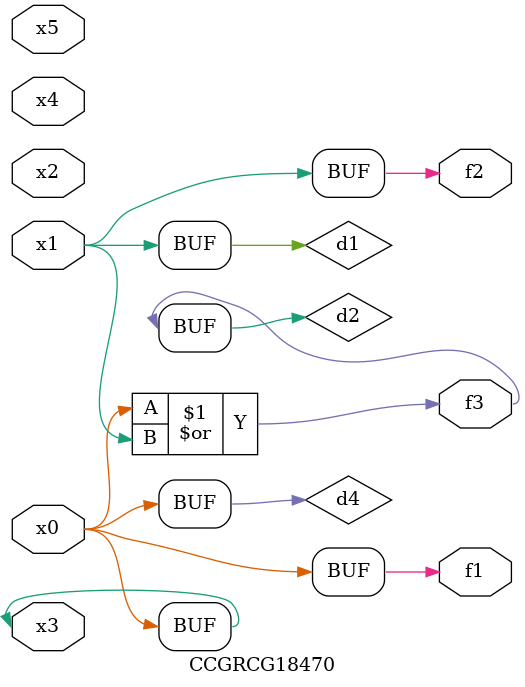
<source format=v>
module CCGRCG18470(
	input x0, x1, x2, x3, x4, x5,
	output f1, f2, f3
);

	wire d1, d2, d3, d4;

	and (d1, x1);
	or (d2, x0, x1);
	nand (d3, x0, x5);
	buf (d4, x0, x3);
	assign f1 = d4;
	assign f2 = d1;
	assign f3 = d2;
endmodule

</source>
